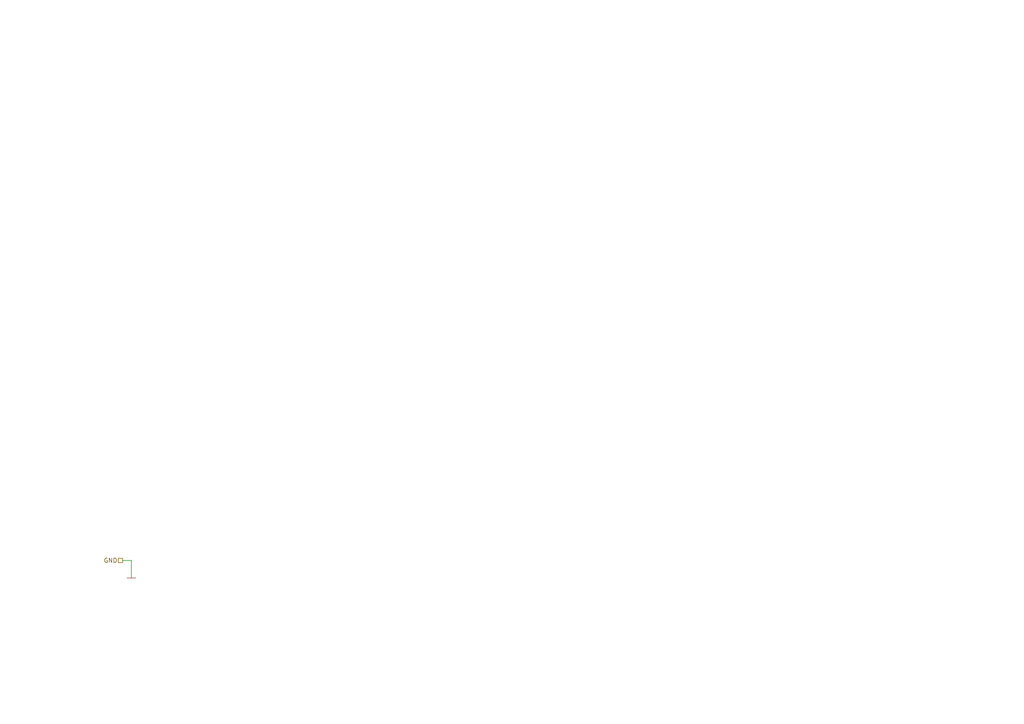
<source format=kicad_sch>
(kicad_sch (version 20200827) (generator eeschema)
  (page 3 3)
  (paper "A4")
  (lib_symbols
    (symbol "power:GND" (power) (pin_names (offset 0.254))
      (symbol "GND_0_1"
        (polyline (pts (xy -1.27 0) (xy 1.27 0)) (stroke (width 0.127)))
      )
      (symbol "GND_1_1"
        (pin power_in line (at 0 0 270) (length 0) hide (name "GND") (number "1"))
      )
    )
  )
  (wire (pts (xy 38.1 162.56) (xy 35.56 162.56)))
  (wire (pts (xy 38.1 167.64) (xy 38.1 162.56)))
  (hierarchical_label "GND" (shape passive) (at 35.56 162.56 180))
  (symbol (lib_id "power:GND") (at 38.1 167.64 0) (unit 1)
    (property "Reference" "#PWR?" (effects hide))
    (property "Value" "GND" (effects hide))
  )
)
</source>
